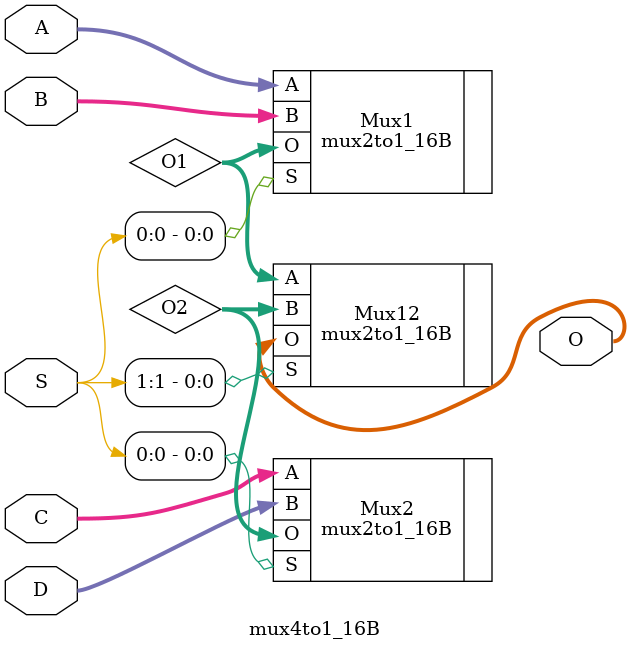
<source format=v>
module mux4to1_16B(S,A,B,C,D,O);
	input [1:0]S;
	input [15:0] A,B,C,D;
	wire [15:0] O1,O2;
	output [15:0]O;
	mux2to1_16B Mux1(.S(S[0]), .A(A[15:0]),.B(B[15:0]),.O(O1[15:0]));
	mux2to1_16B Mux2(.S(S[0]), .A(C[15:0]),.B(D[15:0]),.O(O2[15:0]));
	mux2to1_16B Mux12(.S(S[1]), .A(O1[15:0]),.B(O2[15:0]),.O(O[15:0]));
endmodule

</source>
